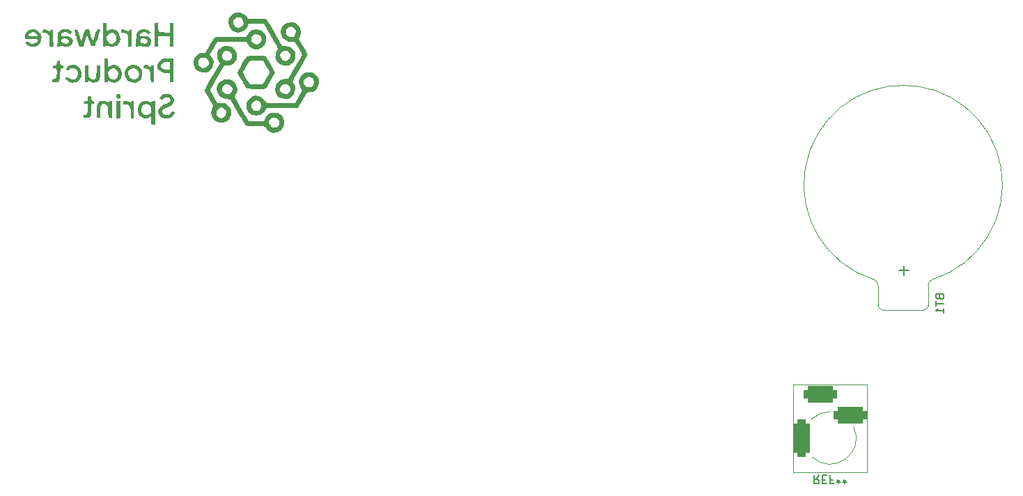
<source format=gbr>
%TF.GenerationSoftware,KiCad,Pcbnew,(6.0.5-0)*%
%TF.CreationDate,2022-07-22T18:33:55-05:00*%
%TF.ProjectId,calebs_HPS_clock,63616c65-6273-45f4-9850-535f636c6f63,C*%
%TF.SameCoordinates,PX4c4b400PY8a48640*%
%TF.FileFunction,Legend,Bot*%
%TF.FilePolarity,Positive*%
%FSLAX46Y46*%
G04 Gerber Fmt 4.6, Leading zero omitted, Abs format (unit mm)*
G04 Created by KiCad (PCBNEW (6.0.5-0)) date 2022-07-22 18:33:55*
%MOMM*%
%LPD*%
G01*
G04 APERTURE LIST*
G04 Aperture macros list*
%AMRoundRect*
0 Rectangle with rounded corners*
0 $1 Rounding radius*
0 $2 $3 $4 $5 $6 $7 $8 $9 X,Y pos of 4 corners*
0 Add a 4 corners polygon primitive as box body*
4,1,4,$2,$3,$4,$5,$6,$7,$8,$9,$2,$3,0*
0 Add four circle primitives for the rounded corners*
1,1,$1+$1,$2,$3*
1,1,$1+$1,$4,$5*
1,1,$1+$1,$6,$7*
1,1,$1+$1,$8,$9*
0 Add four rect primitives between the rounded corners*
20,1,$1+$1,$2,$3,$4,$5,0*
20,1,$1+$1,$4,$5,$6,$7,0*
20,1,$1+$1,$6,$7,$8,$9,0*
20,1,$1+$1,$8,$9,$2,$3,0*%
G04 Aperture macros list end*
%ADD10C,0.150000*%
%ADD11C,0.120000*%
%ADD12C,1.440000*%
%ADD13R,1.400000X1.400000*%
%ADD14C,1.400000*%
%ADD15C,3.200000*%
%ADD16R,1.700000X1.700000*%
%ADD17O,1.700000X1.700000*%
%ADD18C,2.000000*%
%ADD19R,1.600000X1.600000*%
%ADD20O,1.600000X1.600000*%
%ADD21C,3.000000*%
%ADD22R,1.800000X2.600000*%
%ADD23O,1.800000X2.600000*%
%ADD24RoundRect,0.500000X-0.500000X1.750000X-0.500000X-1.750000X0.500000X-1.750000X0.500000X1.750000X0*%
%ADD25RoundRect,0.500000X-1.500000X-0.500000X1.500000X-0.500000X1.500000X0.500000X-1.500000X0.500000X0*%
%ADD26R,3.000000X3.000000*%
G04 APERTURE END LIST*
D10*
%TO.C,J2*%
X115516666Y10912381D02*
X115183333Y10436191D01*
X114945238Y10912381D02*
X114945238Y9912381D01*
X115326190Y9912381D01*
X115421428Y9960000D01*
X115469047Y10007620D01*
X115516666Y10102858D01*
X115516666Y10245715D01*
X115469047Y10340953D01*
X115421428Y10388572D01*
X115326190Y10436191D01*
X114945238Y10436191D01*
X115945238Y10388572D02*
X116278571Y10388572D01*
X116421428Y10912381D02*
X115945238Y10912381D01*
X115945238Y9912381D01*
X116421428Y9912381D01*
X117183333Y10388572D02*
X116850000Y10388572D01*
X116850000Y10912381D02*
X116850000Y9912381D01*
X117326190Y9912381D01*
X117850000Y9912381D02*
X117850000Y10150477D01*
X117611904Y10055239D02*
X117850000Y10150477D01*
X118088095Y10055239D01*
X117707142Y10340953D02*
X117850000Y10150477D01*
X117992857Y10340953D01*
X118611904Y9912381D02*
X118611904Y10150477D01*
X118373809Y10055239D02*
X118611904Y10150477D01*
X118850000Y10055239D01*
X118469047Y10340953D02*
X118611904Y10150477D01*
X118754761Y10340953D01*
%TO.C,BT1*%
X130168555Y32592029D02*
X130216174Y32449172D01*
X130263793Y32401553D01*
X130359031Y32353934D01*
X130501888Y32353934D01*
X130597126Y32401553D01*
X130644745Y32449172D01*
X130692364Y32544410D01*
X130692364Y32925362D01*
X129692364Y32925362D01*
X129692364Y32592029D01*
X129739984Y32496791D01*
X129787603Y32449172D01*
X129882841Y32401553D01*
X129978079Y32401553D01*
X130073317Y32449172D01*
X130120936Y32496791D01*
X130168555Y32592029D01*
X130168555Y32925362D01*
X129692364Y32068219D02*
X129692364Y31496791D01*
X130692364Y31782505D02*
X129692364Y31782505D01*
X130692364Y30639648D02*
X130692364Y31211076D01*
X130692364Y30925362D02*
X129692364Y30925362D01*
X129835222Y31020600D01*
X129930460Y31115838D01*
X129978079Y31211076D01*
X125847126Y36377743D02*
X125847126Y35234886D01*
X126418555Y35806314D02*
X125275698Y35806314D01*
D11*
%TO.C,J2*%
X112350000Y21960000D02*
X121350000Y21960000D01*
X121350000Y21960000D02*
X121350000Y11260000D01*
X121350000Y11260000D02*
X112350000Y11260000D01*
X112350000Y11260000D02*
X112350000Y21960000D01*
X114650000Y13160000D02*
G75*
G03*
X119716245Y16843705I2200000J2300000D01*
G01*
X116850000Y18660000D02*
G75*
G03*
X114587258Y17722742I-2J-3199997D01*
G01*
%TO.C,G\u002A\u002A\u002A*%
G36*
X27898520Y65105455D02*
G01*
X27922429Y65105197D01*
X28060435Y65091241D01*
X28116768Y65062546D01*
X28114451Y65051259D01*
X28084153Y64945989D01*
X28024956Y64752263D01*
X27944755Y64495025D01*
X27851443Y64199218D01*
X27752913Y63889789D01*
X27657060Y63591680D01*
X27571777Y63329837D01*
X27504958Y63129203D01*
X27424615Y63072495D01*
X27236864Y63065062D01*
X26997343Y63085000D01*
X26780093Y63780083D01*
X26695860Y64034079D01*
X26614092Y64249590D01*
X26549757Y64386087D01*
X26512078Y64421497D01*
X26485271Y64369757D01*
X26425590Y64214282D01*
X26347198Y63985150D01*
X26260024Y63710379D01*
X26058734Y63052929D01*
X25573410Y63052929D01*
X25272764Y63999015D01*
X25216155Y64178713D01*
X25119689Y64492934D01*
X25042489Y64754964D01*
X24991328Y64941525D01*
X24972978Y65029342D01*
X25018819Y65085418D01*
X25177358Y65093483D01*
X25187737Y65092471D01*
X25266723Y65082329D01*
X25327947Y65057449D01*
X25380415Y64999780D01*
X25433131Y64891269D01*
X25495100Y64713864D01*
X25575325Y64449513D01*
X25682812Y64080165D01*
X25822081Y63600077D01*
X26039708Y64295289D01*
X26118982Y64544895D01*
X26199415Y64789985D01*
X26260415Y64966725D01*
X26292857Y65047978D01*
X26295162Y65051181D01*
X26384570Y65089619D01*
X26539529Y65105455D01*
X26750679Y65105455D01*
X26968008Y64399899D01*
X27051294Y64138492D01*
X27130549Y63907951D01*
X27191052Y63751797D01*
X27223981Y63694343D01*
X27238186Y63705538D01*
X27286337Y63802617D01*
X27342122Y63966944D01*
X27449672Y64336253D01*
X27539303Y64638620D01*
X27607088Y64849523D01*
X27661031Y64985344D01*
X27709140Y65062466D01*
X27759421Y65097270D01*
X27819879Y65106139D01*
X27898520Y65105455D01*
G37*
G36*
X31385013Y56419292D02*
G01*
X31597906Y56318081D01*
X31623811Y56297892D01*
X31756049Y56208440D01*
X31820194Y56205407D01*
X31836970Y56286010D01*
X31876627Y56353537D01*
X32029394Y56382222D01*
X32221818Y56382222D01*
X32221818Y54329697D01*
X31853785Y54329697D01*
X31823800Y55003914D01*
X31810079Y55268878D01*
X31789739Y55495397D01*
X31759413Y55646448D01*
X31712865Y55750933D01*
X31643858Y55837753D01*
X31592092Y55887774D01*
X31435879Y55973621D01*
X31216446Y55997374D01*
X31105846Y55998413D01*
X30989414Y56017116D01*
X30945662Y56081999D01*
X30938990Y56221869D01*
X30939351Y56276715D01*
X30956296Y56393660D01*
X31026283Y56438862D01*
X31186906Y56446364D01*
X31385013Y56419292D01*
G37*
G36*
X23093452Y61320440D02*
G01*
X23189581Y61298787D01*
X23234314Y61219999D01*
X23254368Y61048510D01*
X23257045Y61013610D01*
X23281587Y60856306D01*
X23337537Y60783045D01*
X23450480Y60755613D01*
X23513434Y60745488D01*
X23604897Y60688489D01*
X23626869Y60551414D01*
X23624105Y60485460D01*
X23579529Y60384971D01*
X23450480Y60347215D01*
X23274091Y60326919D01*
X23242020Y59631499D01*
X23239118Y59569538D01*
X23222531Y59278092D01*
X23201933Y59083366D01*
X23171191Y58958472D01*
X23124170Y58876522D01*
X23054735Y58810626D01*
X23018097Y58783355D01*
X22845532Y58712605D01*
X22605745Y58704279D01*
X22536083Y58709365D01*
X22386925Y58733905D01*
X22317806Y58788551D01*
X22292070Y58895670D01*
X22291102Y58904256D01*
X22293478Y59014161D01*
X22356048Y59065551D01*
X22512855Y59088095D01*
X22663649Y59111504D01*
X22754978Y59177275D01*
X22808304Y59320995D01*
X22828988Y59442527D01*
X22845451Y59677322D01*
X22844085Y59930338D01*
X22825101Y60326919D01*
X22584571Y60346827D01*
X22580658Y60347152D01*
X22424199Y60371165D01*
X22357829Y60428618D01*
X22344041Y60551414D01*
X22344043Y60554418D01*
X22358453Y60675741D01*
X22426126Y60732302D01*
X22584571Y60756002D01*
X22666571Y60763802D01*
X22777418Y60794831D01*
X22825398Y60876878D01*
X22844824Y61048510D01*
X22849950Y61113045D01*
X22874727Y61252348D01*
X22932370Y61309848D01*
X23049596Y61321111D01*
X23093452Y61320440D01*
G37*
G36*
X26974931Y57000158D02*
G01*
X27017201Y56908605D01*
X27038885Y56718965D01*
X27045851Y56625300D01*
X27071173Y56483576D01*
X27126911Y56418504D01*
X27234823Y56393997D01*
X27259831Y56390683D01*
X27378907Y56341502D01*
X27411212Y56225626D01*
X27410118Y56197274D01*
X27361883Y56093548D01*
X27218788Y56039066D01*
X27026364Y56000581D01*
X27024324Y55341528D01*
X27024095Y55290565D01*
X27016209Y54970001D01*
X26991714Y54747619D01*
X26942526Y54597015D01*
X26860558Y54491785D01*
X26737727Y54405524D01*
X26715835Y54394529D01*
X26552365Y54354218D01*
X26352879Y54346038D01*
X26308024Y54349023D01*
X26164261Y54372625D01*
X26100261Y54436219D01*
X26076044Y54572512D01*
X26070534Y54711470D01*
X26109788Y54759036D01*
X26221195Y54741738D01*
X26230455Y54739462D01*
X26376482Y54724566D01*
X26476261Y54773190D01*
X26537719Y54901319D01*
X26568781Y55124936D01*
X26577374Y55460026D01*
X26577374Y56061515D01*
X26352879Y56061515D01*
X26220635Y56069035D01*
X26145157Y56113428D01*
X26128384Y56221869D01*
X26138911Y56316329D01*
X26201062Y56370242D01*
X26352879Y56382222D01*
X26446537Y56383689D01*
X26537990Y56407730D01*
X26572219Y56489389D01*
X26577374Y56663996D01*
X26578686Y56730047D01*
X26613503Y56910236D01*
X26712887Y56999557D01*
X26899813Y57023636D01*
X26974931Y57000158D01*
G37*
G36*
X28116528Y59962170D02*
G01*
X28113639Y59615662D01*
X28102856Y59369644D01*
X28080650Y59196947D01*
X28043488Y59070116D01*
X27987840Y58961697D01*
X27972100Y58937064D01*
X27844360Y58785743D01*
X27715479Y58693162D01*
X27588485Y58654024D01*
X27267795Y58645622D01*
X26945470Y58755455D01*
X26797281Y58832860D01*
X26692406Y58874506D01*
X26649653Y58858427D01*
X26641515Y58787525D01*
X26601858Y58719998D01*
X26449091Y58691313D01*
X26256667Y58691313D01*
X26256667Y60743838D01*
X26705657Y60743838D01*
X26705657Y60065420D01*
X26705883Y59900180D01*
X26710081Y59649921D01*
X26724561Y59484034D01*
X26755667Y59373209D01*
X26809747Y59288138D01*
X26893147Y59199511D01*
X27084192Y59059682D01*
X27301638Y59018513D01*
X27511200Y59102849D01*
X27512662Y59103922D01*
X27566944Y59159678D01*
X27605220Y59248679D01*
X27631866Y59394682D01*
X27651260Y59621444D01*
X27667778Y59952723D01*
X27699849Y60711768D01*
X27908308Y60731867D01*
X28116768Y60751966D01*
X28116528Y59962170D01*
G37*
G36*
X35185900Y65349865D02*
G01*
X35204394Y64752677D01*
X36578564Y64716315D01*
X36597034Y65311769D01*
X36615505Y65907222D01*
X37000354Y65907222D01*
X37017616Y64480076D01*
X37034879Y63052929D01*
X36583434Y63052929D01*
X36583434Y64271616D01*
X35172323Y64271616D01*
X35172323Y63052929D01*
X34720879Y63052929D01*
X34738142Y64480076D01*
X34755404Y65907222D01*
X34961405Y65927138D01*
X35167407Y65947054D01*
X35185900Y65349865D01*
G37*
G36*
X30333248Y57280181D02*
G01*
X30497970Y57225934D01*
X30599570Y57096071D01*
X30620025Y56933194D01*
X30541313Y56779899D01*
X30476840Y56737665D01*
X30329647Y56702929D01*
X30239779Y56714663D01*
X30094846Y56813251D01*
X30041010Y56991566D01*
X30052744Y57081434D01*
X30151332Y57226367D01*
X30329647Y57280202D01*
X30333248Y57280181D01*
G37*
G36*
X36583434Y58691313D02*
G01*
X36583434Y59763111D01*
X36131638Y59800988D01*
X35898199Y59830433D01*
X35555987Y59930283D01*
X35307996Y60096384D01*
X35140061Y60336383D01*
X35109267Y60409781D01*
X35059380Y60714697D01*
X35068402Y60755524D01*
X35511965Y60755524D01*
X35519854Y60572445D01*
X35650468Y60388145D01*
X35691467Y60349475D01*
X35807420Y60274775D01*
X35960393Y60239545D01*
X36195670Y60230707D01*
X36583434Y60230707D01*
X36583434Y61128687D01*
X36171171Y61128687D01*
X35972720Y61125077D01*
X35815581Y61104056D01*
X35713381Y61053074D01*
X35625969Y60959683D01*
X35625853Y60959536D01*
X35511965Y60755524D01*
X35068402Y60755524D01*
X35124418Y61009011D01*
X35294997Y61267597D01*
X35561731Y61465330D01*
X35632548Y61496751D01*
X35813127Y61544264D01*
X36061306Y61569880D01*
X36407046Y61577577D01*
X37032424Y61577677D01*
X37032424Y58691313D01*
X36583434Y58691313D01*
G37*
G36*
X36326182Y57247710D02*
G01*
X36522330Y57238491D01*
X36651397Y57205576D01*
X36755561Y57133936D01*
X36876999Y57008543D01*
X37012078Y56841106D01*
X37079806Y56680337D01*
X37096566Y56473040D01*
X37096027Y56440411D01*
X37047601Y56200296D01*
X36911218Y56002622D01*
X36673438Y55833642D01*
X36320822Y55679611D01*
X36092963Y55583021D01*
X35844742Y55436355D01*
X35680622Y55284397D01*
X35621313Y55143030D01*
X35621418Y55139295D01*
X35662132Y55026057D01*
X35754251Y54883549D01*
X35829757Y54801748D01*
X35963588Y54732490D01*
X36166173Y54714545D01*
X36218864Y54715147D01*
X36384134Y54736991D01*
X36512632Y54810457D01*
X36658613Y54962910D01*
X36666434Y54971983D01*
X36805595Y55116240D01*
X36909021Y55172666D01*
X37009826Y55159829D01*
X37099636Y55116965D01*
X37185131Y55047625D01*
X37192077Y54981550D01*
X37128877Y54844509D01*
X37001122Y54684190D01*
X36833202Y54529633D01*
X36649503Y54409874D01*
X36560565Y54369033D01*
X36343605Y54294925D01*
X36166515Y54265556D01*
X35971321Y54291971D01*
X35689774Y54405582D01*
X35443136Y54583385D01*
X35277956Y54797511D01*
X35262051Y54831600D01*
X35189337Y55128452D01*
X35239957Y55404916D01*
X35410143Y55655190D01*
X35696124Y55873472D01*
X36094133Y56053960D01*
X36149385Y56073936D01*
X36449271Y56209473D01*
X36625707Y56349981D01*
X36682900Y56500304D01*
X36625055Y56665285D01*
X36620105Y56672618D01*
X36472254Y56797691D01*
X36272900Y56860460D01*
X36062777Y56860613D01*
X35882619Y56797838D01*
X35773161Y56671821D01*
X35701536Y56594325D01*
X35561035Y56585845D01*
X35393042Y56667469D01*
X35331899Y56719612D01*
X35317646Y56776869D01*
X35373439Y56861328D01*
X35510135Y57004211D01*
X35572271Y57066199D01*
X35691193Y57168861D01*
X35807030Y57223152D01*
X35963566Y57244450D01*
X36204584Y57248131D01*
X36326182Y57247710D01*
G37*
G36*
X21567607Y65079413D02*
G01*
X21786847Y64975145D01*
X21952509Y64844835D01*
X22024332Y64979037D01*
X22088776Y65057202D01*
X22236133Y65093312D01*
X22274053Y65086061D01*
X22316335Y65061891D01*
X22345804Y65004558D01*
X22365372Y64895039D01*
X22377950Y64714313D01*
X22386447Y64443360D01*
X22393775Y64063157D01*
X22411439Y63052929D01*
X21959192Y63052929D01*
X21959192Y63699277D01*
X21959072Y63826032D01*
X21955358Y64079552D01*
X21941083Y64247186D01*
X21909136Y64359559D01*
X21852409Y64447297D01*
X21763792Y64541025D01*
X21638571Y64652309D01*
X21508989Y64708204D01*
X21346873Y64700478D01*
X21313247Y64695098D01*
X21182978Y64686289D01*
X21133289Y64738807D01*
X21125354Y64884992D01*
X21125701Y64936898D01*
X21142630Y65052817D01*
X21212628Y65097864D01*
X21373269Y65105455D01*
X21567607Y65079413D01*
G37*
G36*
X24952912Y60790874D02*
G01*
X25014370Y60782274D01*
X25345330Y60668524D01*
X25604901Y60460164D01*
X25782064Y60173942D01*
X25865802Y59826602D01*
X25845096Y59434890D01*
X25833635Y59385086D01*
X25709702Y59118486D01*
X25507368Y58879816D01*
X25265655Y58717393D01*
X25065157Y58652564D01*
X24706321Y58633765D01*
X24360570Y58728766D01*
X24059823Y58931889D01*
X23972826Y59019198D01*
X23897008Y59131042D01*
X23924046Y59206903D01*
X24053464Y59272265D01*
X24091571Y59285747D01*
X24229673Y59296616D01*
X24358135Y59211290D01*
X24450936Y59138854D01*
X24693000Y59043653D01*
X24943001Y59048202D01*
X25166645Y59148007D01*
X25329641Y59338577D01*
X25422185Y59614691D01*
X25417195Y59893623D01*
X25315924Y60133968D01*
X25128829Y60311707D01*
X24866367Y60402818D01*
X24699777Y60415114D01*
X24563610Y60379863D01*
X24432550Y60272523D01*
X24347775Y60195193D01*
X24234271Y60142170D01*
X24106967Y60166932D01*
X24049295Y60192979D01*
X23959512Y60288899D01*
X23991276Y60415878D01*
X24144944Y60577802D01*
X24173262Y60601127D01*
X24397972Y60742071D01*
X24641867Y60801104D01*
X24952912Y60790874D01*
G37*
G36*
X49342501Y59852266D02*
G01*
X49288440Y59719864D01*
X49185963Y59511168D01*
X49048441Y59249897D01*
X48889243Y58959767D01*
X48721737Y58664497D01*
X48559294Y58387805D01*
X48415283Y58153409D01*
X48303073Y57985026D01*
X48236034Y57906374D01*
X48173664Y57893814D01*
X47998945Y57881846D01*
X47736801Y57874092D01*
X47409637Y57871163D01*
X47039856Y57873672D01*
X45918753Y57889545D01*
X45480330Y58627172D01*
X45465677Y58651847D01*
X45288758Y58953116D01*
X45125022Y59237488D01*
X44992139Y59473967D01*
X44907779Y59631556D01*
X44786648Y59872465D01*
X45479170Y59872465D01*
X45484826Y59849825D01*
X45539946Y59731360D01*
X45640590Y59544065D01*
X45770470Y59315706D01*
X45913298Y59074052D01*
X46052789Y58846871D01*
X46172656Y58661929D01*
X46256611Y58546995D01*
X46309391Y58502061D01*
X46400554Y58467948D01*
X46548883Y58447431D01*
X46778058Y58437400D01*
X47111763Y58434748D01*
X47870714Y58434748D01*
X48020992Y58675278D01*
X48095149Y58794742D01*
X48284379Y59106635D01*
X48451461Y59391696D01*
X48584830Y59629501D01*
X48672921Y59799630D01*
X48704169Y59881660D01*
X48704111Y59882488D01*
X48670290Y59961178D01*
X48583231Y60125268D01*
X48455853Y60351236D01*
X48301077Y60615556D01*
X47899979Y61289040D01*
X47141587Y61307171D01*
X46983578Y61309967D01*
X46640364Y61306422D01*
X46408806Y61287470D01*
X46296813Y61253612D01*
X46244560Y61191347D01*
X46140499Y61038939D01*
X46007360Y60828384D01*
X45861534Y60587371D01*
X45719411Y60343585D01*
X45597382Y60124714D01*
X45511838Y59958445D01*
X45479170Y59872465D01*
X44786648Y59872465D01*
X44773651Y59898313D01*
X45304097Y60818172D01*
X45428212Y61030871D01*
X45603851Y61323103D01*
X45755662Y61565501D01*
X45870606Y61737419D01*
X45935642Y61818207D01*
X45972396Y61832616D01*
X46125094Y61856134D01*
X46364847Y61875082D01*
X46664884Y61889097D01*
X46998436Y61897816D01*
X47338732Y61900878D01*
X47659001Y61897919D01*
X47932474Y61888577D01*
X48132379Y61872490D01*
X48231947Y61849296D01*
X48253150Y61829085D01*
X48340239Y61710448D01*
X48467151Y61512169D01*
X48620517Y61257867D01*
X48786969Y60971163D01*
X48953136Y60675676D01*
X49105650Y60395026D01*
X49231140Y60152833D01*
X49316239Y59972716D01*
X49346459Y59881660D01*
X49347576Y59878295D01*
X49342501Y59852266D01*
G37*
G36*
X28685133Y56419629D02*
G01*
X28903967Y56318081D01*
X28929871Y56297892D01*
X29062110Y56208440D01*
X29126254Y56205407D01*
X29143030Y56286010D01*
X29182688Y56353537D01*
X29335455Y56382222D01*
X29527879Y56382222D01*
X29527879Y54321569D01*
X29319419Y54341668D01*
X29110960Y54361768D01*
X29078889Y55089258D01*
X29074221Y55192358D01*
X29057964Y55479476D01*
X29037561Y55671741D01*
X29007403Y55795124D01*
X28961883Y55875597D01*
X28895394Y55939131D01*
X28721291Y56031783D01*
X28486172Y56053061D01*
X28273345Y55970686D01*
X28271884Y55969614D01*
X28217602Y55913857D01*
X28179326Y55824856D01*
X28152680Y55678854D01*
X28133286Y55452091D01*
X28116768Y55120812D01*
X28084697Y54361768D01*
X27699849Y54361768D01*
X27679991Y55035253D01*
X27676170Y55331766D01*
X27694557Y55699808D01*
X27746250Y55973610D01*
X27835512Y56172209D01*
X27966608Y56314640D01*
X28148881Y56406819D01*
X28415151Y56449141D01*
X28685133Y56419629D01*
G37*
G36*
X52240256Y55742960D02*
G01*
X52177980Y55652550D01*
X52173182Y55647195D01*
X52131670Y55618002D01*
X52059763Y55595098D01*
X51943475Y55577745D01*
X51768825Y55565204D01*
X51521829Y55556737D01*
X51188504Y55551604D01*
X50754867Y55549066D01*
X50206935Y55548384D01*
X48323920Y55548384D01*
X48201159Y55307854D01*
X48097069Y55130043D01*
X47911531Y54926581D01*
X47647828Y54757212D01*
X47645836Y54756166D01*
X47415127Y54684083D01*
X47121238Y54656496D01*
X46821039Y54674381D01*
X46571400Y54738716D01*
X46354871Y54860669D01*
X46100054Y55118714D01*
X45939671Y55451715D01*
X45883940Y55843256D01*
X45890775Y55912595D01*
X46461862Y55912595D01*
X46487487Y55664383D01*
X46637601Y55427296D01*
X46842285Y55263225D01*
X47079897Y55200841D01*
X47342608Y55260487D01*
X47449834Y55322874D01*
X47618177Y55506609D01*
X47715709Y55735591D01*
X47718014Y55964059D01*
X47705065Y56009237D01*
X47572059Y56242534D01*
X47369391Y56392563D01*
X47127589Y56450907D01*
X46877183Y56409150D01*
X46648703Y56258873D01*
X46560485Y56153929D01*
X46461862Y55912595D01*
X45890775Y55912595D01*
X45912778Y56135796D01*
X46044047Y56464726D01*
X46290462Y56749338D01*
X46308894Y56765214D01*
X46633080Y56963068D01*
X46985661Y57049626D01*
X47342413Y57029618D01*
X47679111Y56907772D01*
X47971532Y56688816D01*
X48195450Y56377479D01*
X48324969Y56123602D01*
X50065872Y56140664D01*
X51806775Y56157727D01*
X52255801Y56918933D01*
X52280362Y56960633D01*
X52455876Y57265096D01*
X52570833Y57481708D01*
X52633038Y57628510D01*
X52650295Y57723541D01*
X52630409Y57784842D01*
X52519602Y57955034D01*
X52339638Y58355014D01*
X52279190Y58737254D01*
X52288359Y58793216D01*
X52874947Y58793216D01*
X52881346Y58542265D01*
X52989347Y58316262D01*
X53194777Y58146775D01*
X53277897Y58108814D01*
X53549278Y58060812D01*
X53798150Y58138761D01*
X54021040Y58341841D01*
X54021264Y58342126D01*
X54137922Y58571430D01*
X54147029Y58797432D01*
X54068581Y59003366D01*
X53922572Y59172467D01*
X53728998Y59287970D01*
X53507855Y59333109D01*
X53279138Y59291120D01*
X53062844Y59145237D01*
X52974319Y59037544D01*
X52874947Y58793216D01*
X52288359Y58793216D01*
X52337405Y59092551D01*
X52513430Y59411702D01*
X52806415Y59685505D01*
X52924252Y59763711D01*
X53079930Y59836771D01*
X53257914Y59870041D01*
X53510957Y59877929D01*
X53597028Y59877241D01*
X53835548Y59860643D01*
X54009744Y59813192D01*
X54168666Y59723360D01*
X54359929Y59566230D01*
X54588469Y59265422D01*
X54713308Y58927280D01*
X54719873Y58797432D01*
X54731152Y58574363D01*
X54638711Y58229225D01*
X54432691Y57914425D01*
X54260645Y57736988D01*
X54077028Y57600471D01*
X53871037Y57523117D01*
X53592022Y57478671D01*
X53247188Y57440556D01*
X52756599Y56598636D01*
X52673824Y56457236D01*
X52501885Y56167715D01*
X52378237Y55964059D01*
X52352793Y55922152D01*
X52240256Y55742960D01*
G37*
G36*
X24733570Y63447874D02*
G01*
X24563333Y63206869D01*
X24420014Y63079944D01*
X24265979Y63007030D01*
X24066237Y62989028D01*
X23816269Y63022171D01*
X23578763Y63116368D01*
X23465417Y63180491D01*
X23389691Y63199032D01*
X23370303Y63148199D01*
X23369705Y63137846D01*
X23309456Y63073202D01*
X23140711Y63052929D01*
X22911119Y63052929D01*
X22931028Y63833839D01*
X23369723Y63833839D01*
X23381847Y63689516D01*
X23514621Y63517855D01*
X23682832Y63402546D01*
X23896863Y63343791D01*
X24095085Y63367210D01*
X24246485Y63468041D01*
X24320051Y63641522D01*
X24320543Y63701428D01*
X24247675Y63862005D01*
X24083139Y63973221D01*
X23853127Y64014175D01*
X23681973Y64003152D01*
X23471885Y63941493D01*
X23369723Y63833839D01*
X22931028Y63833839D01*
X22932251Y63881798D01*
X22940029Y64155160D01*
X22952189Y64417189D01*
X22970750Y64595269D01*
X23000185Y64714488D01*
X23044964Y64799938D01*
X23109560Y64876710D01*
X23325198Y65032471D01*
X23622610Y65128897D01*
X23946470Y65148178D01*
X24255747Y65088254D01*
X24509414Y64947061D01*
X24539725Y64920868D01*
X24632649Y64827356D01*
X24638349Y64758559D01*
X24566492Y64667043D01*
X24537242Y64635052D01*
X24462672Y64574425D01*
X24383064Y64583327D01*
X24246386Y64660732D01*
X24242416Y64663137D01*
X24008046Y64756887D01*
X23773803Y64773179D01*
X23569534Y64719724D01*
X23425085Y64604233D01*
X23370303Y64434415D01*
X23370324Y64425621D01*
X23379632Y64346693D01*
X23426500Y64308587D01*
X23540928Y64302212D01*
X23752920Y64318475D01*
X23806047Y64322726D01*
X24167365Y64310680D01*
X24445075Y64214754D01*
X24655305Y64029789D01*
X24711799Y63945769D01*
X24783287Y63701428D01*
X24783708Y63699989D01*
X24733570Y63447874D01*
G37*
G36*
X34338485Y53495859D02*
G01*
X34338485Y54590103D01*
X34147917Y54449210D01*
X34144970Y54447043D01*
X33877306Y54324588D01*
X33581106Y54308176D01*
X33285864Y54389719D01*
X33021070Y54561134D01*
X32816217Y54814332D01*
X32797542Y54848997D01*
X32696196Y55163577D01*
X32688821Y55409879D01*
X33114123Y55409879D01*
X33151160Y55152137D01*
X33285853Y54911891D01*
X33387848Y54805852D01*
X33528052Y54732576D01*
X33729142Y54714545D01*
X33892237Y54724592D01*
X34039995Y54782876D01*
X34179330Y54920091D01*
X34202476Y54948034D01*
X34296397Y55089083D01*
X34330640Y55234771D01*
X34321551Y55445484D01*
X34296541Y55595627D01*
X34181047Y55849651D01*
X33986734Y56007348D01*
X33720631Y56061515D01*
X33484114Y56010876D01*
X33291084Y55866970D01*
X33164259Y55657398D01*
X33114123Y55409879D01*
X32688821Y55409879D01*
X32686081Y55501389D01*
X32760094Y55828661D01*
X32911136Y56111627D01*
X33132104Y56316516D01*
X33223586Y56363767D01*
X33526676Y56438965D01*
X33846838Y56424012D01*
X34130025Y56318784D01*
X34243371Y56254661D01*
X34319097Y56236120D01*
X34338485Y56286953D01*
X34338740Y56293781D01*
X34396239Y56360990D01*
X34562980Y56382222D01*
X34787475Y56382222D01*
X34787475Y53495859D01*
X34338485Y53495859D01*
G37*
G36*
X41763335Y60480503D02*
G01*
X41554351Y60196763D01*
X41254964Y59983489D01*
X40990859Y59887398D01*
X40610404Y59854367D01*
X40240872Y59933655D01*
X39908179Y60118547D01*
X39638243Y60402330D01*
X39552039Y60549824D01*
X39453990Y60880739D01*
X39458264Y61095229D01*
X40036294Y61095229D01*
X40080066Y60842521D01*
X40234561Y60610622D01*
X40356441Y60513701D01*
X40602624Y60425448D01*
X40855424Y60445238D01*
X41084185Y60567765D01*
X41258251Y60787728D01*
X41300780Y60894663D01*
X41315969Y61136158D01*
X41234459Y61356358D01*
X41078051Y61534791D01*
X40868548Y61650984D01*
X40627754Y61684465D01*
X40377471Y61614760D01*
X40263517Y61540809D01*
X40098894Y61338181D01*
X40036294Y61095229D01*
X39458264Y61095229D01*
X39460745Y61219717D01*
X39560647Y61545263D01*
X39742035Y61835883D01*
X39993249Y62070080D01*
X40302631Y62226362D01*
X40658520Y62283232D01*
X40929085Y62283232D01*
X41427924Y63154356D01*
X41523995Y63320895D01*
X41695228Y63611582D01*
X41843466Y63855536D01*
X41883837Y63918838D01*
X46461212Y63918838D01*
X46461583Y63893277D01*
X46507464Y63684965D01*
X46648703Y63496985D01*
X46664451Y63481692D01*
X46886873Y63341998D01*
X47122530Y63305243D01*
X47347964Y63356615D01*
X47539717Y63481302D01*
X47674334Y63664492D01*
X47728355Y63891373D01*
X47678325Y64147133D01*
X47570141Y64330834D01*
X47365765Y64479689D01*
X47083421Y64528182D01*
X46904233Y64501712D01*
X46676418Y64376802D01*
X46519590Y64173546D01*
X46461212Y63918838D01*
X41883837Y63918838D01*
X41955410Y64031065D01*
X42017762Y64116477D01*
X42034200Y64129117D01*
X42099652Y64153518D01*
X42214876Y64172513D01*
X42392956Y64186704D01*
X42646974Y64196694D01*
X42990014Y64203085D01*
X43435157Y64206478D01*
X43995489Y64207475D01*
X45882218Y64207475D01*
X45971391Y64415934D01*
X46124693Y64661676D01*
X46355367Y64888138D01*
X46609706Y65037233D01*
X46747191Y65077890D01*
X47091346Y65106710D01*
X47445160Y65054300D01*
X47766741Y64929492D01*
X48014195Y64741119D01*
X48102687Y64628945D01*
X48256212Y64303825D01*
X48308381Y63945826D01*
X48301306Y63891373D01*
X48261465Y63584749D01*
X48117734Y63250395D01*
X47879459Y62972564D01*
X47860040Y62956758D01*
X47624102Y62813749D01*
X47349933Y62709277D01*
X47102626Y62668796D01*
X47011810Y62674266D01*
X46699844Y62760765D01*
X46395345Y62931819D01*
X46138561Y63160715D01*
X45969737Y63420740D01*
X45882218Y63630202D01*
X42385740Y63630202D01*
X41916383Y62822470D01*
X41447026Y62014739D01*
X41573384Y61876385D01*
X41612954Y61830970D01*
X41806725Y61509944D01*
X41893636Y61161553D01*
X41892491Y61136158D01*
X41877801Y60810253D01*
X41763335Y60480503D01*
G37*
G36*
X20969454Y63825056D02*
G01*
X20862215Y63523532D01*
X20668156Y63266496D01*
X20387727Y63079333D01*
X20275744Y63039904D01*
X19993922Y62996669D01*
X19705144Y63009660D01*
X19470527Y63078906D01*
X19469028Y63079689D01*
X19300648Y63193177D01*
X19138651Y63338850D01*
X19055654Y63435262D01*
X19024979Y63513550D01*
X19074509Y63568457D01*
X19075460Y63569057D01*
X19205236Y63622213D01*
X19344533Y63601969D01*
X19536303Y63502159D01*
X19586284Y63473418D01*
X19868214Y63379022D01*
X20129072Y63408455D01*
X20360591Y63561127D01*
X20392083Y63592948D01*
X20511221Y63728089D01*
X20554760Y63824499D01*
X20512171Y63889284D01*
X20372926Y63929553D01*
X20126494Y63952413D01*
X19762349Y63964970D01*
X18976616Y63982980D01*
X18956078Y64161886D01*
X18969592Y64365981D01*
X18972808Y64374154D01*
X19412625Y64374154D01*
X19460443Y64343842D01*
X19606882Y64313166D01*
X19814696Y64292291D01*
X20046644Y64282575D01*
X20265488Y64285376D01*
X20433986Y64302051D01*
X20514899Y64333960D01*
X20518585Y64360474D01*
X20469132Y64466338D01*
X20356785Y64601063D01*
X20342726Y64615045D01*
X20202585Y64733952D01*
X20072447Y64776387D01*
X19888191Y64764748D01*
X19722429Y64721031D01*
X19545920Y64622071D01*
X19432188Y64497851D01*
X19412625Y64374154D01*
X18972808Y64374154D01*
X19074344Y64632188D01*
X19253453Y64869968D01*
X19481783Y65037458D01*
X19533932Y65061801D01*
X19832740Y65154474D01*
X20113799Y65142494D01*
X20422243Y65025278D01*
X20521210Y64968306D01*
X20765752Y64742692D01*
X20921673Y64460023D01*
X20943129Y64360474D01*
X20989424Y64145682D01*
X20969454Y63825056D01*
G37*
G36*
X50389525Y53296848D02*
G01*
X50207845Y52997001D01*
X49950011Y52756136D01*
X49624348Y52598960D01*
X49444542Y52555410D01*
X49212443Y52547233D01*
X48942152Y52602505D01*
X48851411Y52635619D01*
X48637797Y52755851D01*
X48425544Y52918451D01*
X48253215Y53091801D01*
X48159376Y53244282D01*
X48144797Y53278426D01*
X48107623Y53313812D01*
X48033720Y53338380D01*
X47904779Y53354086D01*
X47702488Y53362883D01*
X47408539Y53366729D01*
X47004621Y53367576D01*
X46651094Y53369330D01*
X46292973Y53377333D01*
X46042151Y53392540D01*
X45886813Y53415748D01*
X45815140Y53447753D01*
X45813027Y53450217D01*
X45756623Y53534201D01*
X45645347Y53712457D01*
X45565832Y53842834D01*
X48641505Y53842834D01*
X48673239Y53594381D01*
X48829511Y53362642D01*
X48845024Y53347567D01*
X49067818Y53207366D01*
X49303621Y53170452D01*
X49529014Y53221969D01*
X49720581Y53347058D01*
X49854902Y53530865D01*
X49908559Y53758533D01*
X49858133Y54015204D01*
X49729510Y54215820D01*
X49521627Y54362176D01*
X49279679Y54413370D01*
X49035416Y54363538D01*
X48820587Y54206816D01*
X48734464Y54093325D01*
X48641505Y53842834D01*
X45565832Y53842834D01*
X45488312Y53969940D01*
X45294635Y54291608D01*
X45073430Y54662417D01*
X44833812Y55067323D01*
X43926341Y56606717D01*
X43542135Y56640778D01*
X43540390Y56640934D01*
X43115350Y56730080D01*
X42771477Y56910705D01*
X42516710Y57176892D01*
X42358984Y57522724D01*
X42336784Y57605323D01*
X42299546Y57801021D01*
X42301896Y57855515D01*
X42933434Y57855515D01*
X42948110Y57691229D01*
X43047757Y57471576D01*
X43252858Y57312937D01*
X43454544Y57239478D01*
X43711543Y57245102D01*
X43933034Y57370859D01*
X44106939Y57612513D01*
X44110950Y57620721D01*
X44178609Y57784648D01*
X44183228Y57911895D01*
X44128027Y58072772D01*
X44078415Y58171157D01*
X43893763Y58370055D01*
X43652903Y58463926D01*
X43379090Y58441327D01*
X43155231Y58327466D01*
X42991266Y58122985D01*
X42933434Y57855515D01*
X42301896Y57855515D01*
X42306946Y57972589D01*
X42358984Y58192225D01*
X42438640Y58403415D01*
X42639599Y58692961D01*
X42906200Y58900200D01*
X43216799Y59023763D01*
X43549756Y59062281D01*
X43883427Y59014387D01*
X44196170Y58878710D01*
X44466344Y58653883D01*
X44672305Y58338535D01*
X44754893Y58083262D01*
X44766325Y57911895D01*
X44777820Y57739593D01*
X44711569Y57413963D01*
X44559958Y57146869D01*
X44512203Y57076105D01*
X44473638Y56954444D01*
X44499802Y56888050D01*
X44583634Y56723810D01*
X44716724Y56479258D01*
X44890400Y56170032D01*
X45095987Y55811767D01*
X45324811Y55420101D01*
X46175174Y53976919D01*
X47079526Y53959174D01*
X47983879Y53941428D01*
X48157355Y54296002D01*
X48281590Y54506898D01*
X48548180Y54780801D01*
X48882499Y54945828D01*
X49283056Y55001044D01*
X49350242Y54999777D01*
X49696876Y54939688D01*
X49993125Y54779471D01*
X50266804Y54505101D01*
X50394364Y54303232D01*
X50491111Y53974669D01*
X50488351Y53758533D01*
X50486722Y53630973D01*
X50389525Y53296848D01*
G37*
G36*
X31128448Y65078383D02*
G01*
X31341341Y64977172D01*
X31405976Y64927080D01*
X31510920Y64861650D01*
X31564592Y64879821D01*
X31600316Y64982246D01*
X31654098Y65075047D01*
X31784186Y65094493D01*
X31831417Y65085751D01*
X31874313Y65061344D01*
X31903907Y65003929D01*
X31923278Y64894454D01*
X31935506Y64713868D01*
X31943669Y64443120D01*
X31950846Y64063157D01*
X31968510Y63052929D01*
X31516263Y63052929D01*
X31516263Y63698560D01*
X31513972Y63876875D01*
X31501586Y64142849D01*
X31480871Y64348338D01*
X31454573Y64459460D01*
X31415087Y64513710D01*
X31251867Y64628369D01*
X31042265Y64696071D01*
X30844023Y64694579D01*
X30839931Y64693557D01*
X30734253Y64679629D01*
X30690838Y64731277D01*
X30682424Y64879738D01*
X30682789Y64935471D01*
X30699739Y65052728D01*
X30769723Y65097979D01*
X30930340Y65105455D01*
X31128448Y65078383D01*
G37*
G36*
X33114122Y59153296D02*
G01*
X32904047Y58882420D01*
X32606634Y58699232D01*
X32311571Y58630849D01*
X31962045Y58656277D01*
X31636302Y58784403D01*
X31370637Y59006215D01*
X31227447Y59216965D01*
X31114363Y59540384D01*
X31112661Y59602566D01*
X31542869Y59602566D01*
X31641206Y59347164D01*
X31656390Y59324110D01*
X31793235Y59170744D01*
X31937387Y59074563D01*
X32116687Y59022960D01*
X32307551Y59034141D01*
X32519877Y59135579D01*
X32580525Y59177611D01*
X32755932Y59388591D01*
X32833917Y59652946D01*
X32801651Y59934315D01*
X32700045Y60148266D01*
X32511211Y60320608D01*
X32235895Y60403721D01*
X32011308Y60390657D01*
X31794451Y60281110D01*
X31634252Y60095763D01*
X31545471Y59860841D01*
X31542869Y59602566D01*
X31112661Y59602566D01*
X31105479Y59864966D01*
X31190593Y60170375D01*
X31359507Y60436272D01*
X31602019Y60642320D01*
X31907931Y60768182D01*
X32267041Y60793519D01*
X32442691Y60767265D01*
X32777708Y60635154D01*
X33031319Y60411102D01*
X33191964Y60107559D01*
X33248081Y59736976D01*
X33241231Y59652946D01*
X33228646Y59498574D01*
X33114122Y59153296D01*
G37*
G36*
X51672110Y61240787D02*
G01*
X51421528Y60955036D01*
X51070083Y60744860D01*
X51054937Y60738751D01*
X50800213Y60690816D01*
X50493390Y60704852D01*
X50186585Y60774125D01*
X49931916Y60891901D01*
X49670100Y61132196D01*
X49490692Y61446824D01*
X49410932Y61800962D01*
X49420186Y61931617D01*
X49989975Y61931617D01*
X50034899Y61705712D01*
X50207071Y61475051D01*
X50249577Y61434031D01*
X50440897Y61297936D01*
X50630404Y61256970D01*
X50670590Y61258550D01*
X50857357Y61317226D01*
X51053737Y61475051D01*
X51167114Y61607085D01*
X51267005Y61833990D01*
X51239841Y62061025D01*
X51085958Y62296798D01*
X50977858Y62404801D01*
X50830147Y62484919D01*
X50630404Y62504812D01*
X50482383Y62495865D01*
X50326046Y62437150D01*
X50174850Y62296798D01*
X50071961Y62161373D01*
X49989975Y61931617D01*
X49420186Y61931617D01*
X49436866Y62167101D01*
X49574541Y62517729D01*
X49591764Y62547369D01*
X49677460Y62717024D01*
X49697662Y62833293D01*
X49661440Y62940283D01*
X49630676Y62995754D01*
X49538221Y63157352D01*
X49397622Y63400470D01*
X49218802Y63708014D01*
X49011684Y64062891D01*
X48786191Y64448005D01*
X47986868Y65811010D01*
X46200088Y65811010D01*
X46081450Y65538409D01*
X46081016Y65537413D01*
X45876850Y65209375D01*
X45593940Y64950866D01*
X45260414Y64781428D01*
X44904402Y64720606D01*
X44644633Y64761675D01*
X44333532Y64896997D01*
X44053621Y65101570D01*
X43848774Y65349265D01*
X43764529Y65528523D01*
X43686573Y65854427D01*
X43686167Y66047510D01*
X44281308Y66047510D01*
X44306783Y65798091D01*
X44456793Y65557746D01*
X44622518Y65418223D01*
X44870563Y65331784D01*
X45128480Y65370461D01*
X45384270Y65534557D01*
X45482155Y65670009D01*
X45535807Y65897088D01*
X45510381Y66141664D01*
X45411824Y66361576D01*
X45246078Y66514664D01*
X45225682Y66525058D01*
X44964801Y66586315D01*
X44697033Y66540000D01*
X44467894Y66393217D01*
X44380140Y66288934D01*
X44281308Y66047510D01*
X43686167Y66047510D01*
X43685889Y66179457D01*
X43766055Y66455758D01*
X43772951Y66468953D01*
X44017321Y66802814D01*
X44340587Y67045407D01*
X44722044Y67181024D01*
X44854628Y67195238D01*
X45184402Y67154530D01*
X45508588Y67025342D01*
X45787603Y66826641D01*
X45981866Y66577391D01*
X46079658Y66388283D01*
X47195830Y66388283D01*
X47274522Y66388279D01*
X47656970Y66387526D01*
X47934182Y66383724D01*
X48125794Y66374381D01*
X48251438Y66357003D01*
X48330749Y66329099D01*
X48383360Y66288174D01*
X48428905Y66231738D01*
X48485089Y66146157D01*
X48598560Y65961753D01*
X48637453Y65897088D01*
X48757177Y65698030D01*
X48951078Y65371505D01*
X49170402Y64998700D01*
X49405286Y64596132D01*
X50264765Y63117071D01*
X50577927Y63117071D01*
X50637823Y63116050D01*
X51043488Y63048067D01*
X51378844Y62881383D01*
X51632495Y62626923D01*
X51793043Y62295615D01*
X51849091Y61898384D01*
X51842025Y61833990D01*
X51815565Y61592840D01*
X51672110Y61240787D01*
G37*
G36*
X34317114Y63518609D02*
G01*
X34207530Y63257568D01*
X34010718Y63078298D01*
X33946018Y63048114D01*
X33680628Y62995718D01*
X33390868Y63019326D01*
X33135833Y63116368D01*
X33022488Y63180491D01*
X32946761Y63199032D01*
X32927374Y63148199D01*
X32927119Y63141371D01*
X32869620Y63074162D01*
X32702879Y63052929D01*
X32478384Y63052929D01*
X32478742Y63710379D01*
X32479852Y63764812D01*
X32947192Y63764812D01*
X32998870Y63611228D01*
X33140698Y63474818D01*
X33280293Y63398078D01*
X33498101Y63343339D01*
X33697071Y63392681D01*
X33716598Y63403201D01*
X33847401Y63540933D01*
X33873914Y63717799D01*
X33788496Y63892057D01*
X33640152Y63977609D01*
X33426547Y64014736D01*
X33203987Y63999784D01*
X33027985Y63929986D01*
X32994566Y63899622D01*
X32947192Y63764812D01*
X32479852Y63764812D01*
X32486564Y64093909D01*
X32516859Y64428844D01*
X32574616Y64673748D01*
X32664721Y64848295D01*
X32792060Y64972165D01*
X32977766Y65071363D01*
X33286174Y65143620D01*
X33608818Y65135995D01*
X33905703Y65050909D01*
X34136834Y64890781D01*
X34279606Y64738808D01*
X34125818Y64638042D01*
X34048920Y64591423D01*
X33959102Y64572904D01*
X33875446Y64633861D01*
X33859247Y64647882D01*
X33717313Y64717911D01*
X33529507Y64763704D01*
X33469132Y64770341D01*
X33274137Y64754758D01*
X33103763Y64657917D01*
X33089314Y64646166D01*
X32974468Y64521405D01*
X32927360Y64411279D01*
X32927482Y64405075D01*
X32948896Y64352878D01*
X33024330Y64322066D01*
X33178497Y64307411D01*
X33436107Y64303687D01*
X33575186Y64303072D01*
X33787377Y64294173D01*
X33927327Y64266638D01*
X34032830Y64210377D01*
X34141677Y64115298D01*
X34190470Y64066131D01*
X34305453Y63895037D01*
X34333175Y63717799D01*
X34336212Y63698379D01*
X34317114Y63518609D01*
G37*
G36*
X44039199Y54709927D02*
G01*
X43981909Y54518570D01*
X43861558Y54317666D01*
X43839570Y54287308D01*
X43627200Y54064434D01*
X43384011Y53896742D01*
X43062609Y53785805D01*
X42696290Y53770069D01*
X42348478Y53860742D01*
X42042098Y54047639D01*
X41800073Y54320572D01*
X41645328Y54669356D01*
X41609265Y54940965D01*
X41614933Y54984235D01*
X42224491Y54984235D01*
X42268522Y54739669D01*
X42415369Y54517187D01*
X42599281Y54385359D01*
X42835760Y54328850D01*
X43064432Y54372885D01*
X43259592Y54505670D01*
X43395538Y54715412D01*
X43446566Y54990317D01*
X43420096Y55169505D01*
X43295186Y55397320D01*
X43091930Y55554147D01*
X42837222Y55612525D01*
X42599315Y55564889D01*
X42400884Y55425400D01*
X42272277Y55222330D01*
X42224491Y54984235D01*
X41614933Y54984235D01*
X41651307Y55261934D01*
X41780094Y55644596D01*
X41797012Y55689322D01*
X41812180Y55765508D01*
X41801365Y55853991D01*
X41756548Y55974303D01*
X41669707Y56145975D01*
X41532823Y56388538D01*
X41337877Y56721522D01*
X41228661Y56909380D01*
X41065456Y57200495D01*
X40935108Y57446213D01*
X40848829Y57625097D01*
X40817832Y57715714D01*
X40819049Y57723248D01*
X40861901Y57824576D01*
X40960028Y58018545D01*
X41105249Y58290074D01*
X41289386Y58624080D01*
X41504257Y59005479D01*
X41741684Y59419189D01*
X42664473Y61012973D01*
X42512014Y61237635D01*
X42508516Y61242820D01*
X42352187Y61584939D01*
X42309553Y61955919D01*
X42324419Y62034748D01*
X42913259Y62034748D01*
X42924550Y61808993D01*
X43008795Y61574374D01*
X43142270Y61398184D01*
X43176810Y61373123D01*
X43385692Y61297226D01*
X43629656Y61289457D01*
X43845837Y61353784D01*
X43987681Y61455549D01*
X44113570Y61650270D01*
X44152121Y61922661D01*
X44136039Y62063667D01*
X44029374Y62288017D01*
X43847708Y62446065D01*
X43620409Y62524258D01*
X43376841Y62509042D01*
X43146372Y62386863D01*
X43117690Y62361196D01*
X42985931Y62200832D01*
X42914808Y62043422D01*
X42913259Y62034748D01*
X42324419Y62034748D01*
X42379644Y62327597D01*
X42561486Y62671811D01*
X42655937Y62780157D01*
X42934185Y62975234D01*
X43267383Y63087364D01*
X43622201Y63112384D01*
X43965311Y63046128D01*
X44263384Y62884434D01*
X44323578Y62833660D01*
X44572791Y62535974D01*
X44715215Y62198557D01*
X44743299Y61922661D01*
X44751285Y61844203D01*
X44681436Y61495706D01*
X44506103Y61175862D01*
X44225718Y60907465D01*
X44212625Y60898276D01*
X44021314Y60785523D01*
X43827335Y60728483D01*
X43568518Y60708317D01*
X43179075Y60698319D01*
X42376101Y59326003D01*
X42211189Y59043627D01*
X41999299Y58679152D01*
X41813725Y58358045D01*
X41664135Y58097116D01*
X41560197Y57913173D01*
X41511581Y57823024D01*
X41510332Y57820305D01*
X41497648Y57745998D01*
X41522283Y57638656D01*
X41592394Y57479652D01*
X41716137Y57250362D01*
X41901668Y56932160D01*
X42353301Y56171958D01*
X42829899Y56164843D01*
X42870424Y56164177D01*
X43113790Y56153601D01*
X43279129Y56124224D01*
X43410740Y56063406D01*
X43552921Y55958503D01*
X43636406Y55887792D01*
X43878590Y55616001D01*
X44012554Y55316889D01*
X44050227Y54990317D01*
X44053771Y54959599D01*
X44039199Y54709927D01*
G37*
G36*
X30554142Y54329697D02*
G01*
X30105152Y54329697D01*
X30105152Y56382222D01*
X30554142Y56382222D01*
X30554142Y54329697D01*
G37*
G36*
X30476193Y63609164D02*
G01*
X30323688Y63328414D01*
X30086529Y63114794D01*
X29991307Y63066364D01*
X29691870Y62995529D01*
X29374621Y63012226D01*
X29094924Y63116368D01*
X28981579Y63180491D01*
X28905852Y63199032D01*
X28886465Y63148199D01*
X28886139Y63140503D01*
X28827968Y63073925D01*
X28660743Y63052929D01*
X28435021Y63052929D01*
X28446645Y64013974D01*
X28890890Y64013974D01*
X28951601Y63759934D01*
X29110653Y63528466D01*
X29252305Y63425199D01*
X29497827Y63373636D01*
X29532002Y63374580D01*
X29774580Y63442804D01*
X29959536Y63598807D01*
X30076596Y63814215D01*
X30115486Y64060651D01*
X30065933Y64309743D01*
X29917661Y64533116D01*
X29724275Y64676511D01*
X29509392Y64720606D01*
X29451579Y64718077D01*
X29208864Y64642637D01*
X29028514Y64482214D01*
X28919525Y64263697D01*
X28890890Y64013974D01*
X28446645Y64013974D01*
X28452283Y64480076D01*
X28469546Y65907222D01*
X28854394Y65907222D01*
X28873064Y65375564D01*
X28891733Y64843905D01*
X29083572Y64980506D01*
X29157926Y65025557D01*
X29432488Y65108805D01*
X29737178Y65107729D01*
X30019961Y65020128D01*
X30259466Y64836908D01*
X30435680Y64570916D01*
X30531200Y64258742D01*
X30539504Y64060651D01*
X30545034Y63928716D01*
X30476193Y63609164D01*
G37*
G36*
X30665363Y59243487D02*
G01*
X30498932Y58954405D01*
X30234435Y58746096D01*
X30108023Y58690631D01*
X29819197Y58631917D01*
X29540807Y58653679D01*
X29317952Y58755455D01*
X29287990Y58778771D01*
X29157823Y58866051D01*
X29095123Y58866795D01*
X29078889Y58783461D01*
X29076978Y58761315D01*
X29021509Y58706165D01*
X28870429Y58703285D01*
X28661970Y58723384D01*
X28661970Y59764659D01*
X29082448Y59764659D01*
X29105180Y59501408D01*
X29215914Y59268968D01*
X29408898Y59103422D01*
X29652042Y59020597D01*
X29890155Y59047675D01*
X30110086Y59199511D01*
X30220826Y59329275D01*
X30281808Y59480905D01*
X30296150Y59696606D01*
X30295180Y59736957D01*
X30235364Y60023881D01*
X30099033Y60237191D01*
X29908809Y60367018D01*
X29687311Y60403496D01*
X29457160Y60336756D01*
X29240976Y60156929D01*
X29153469Y60022636D01*
X29082448Y59764659D01*
X28661970Y59764659D01*
X28661970Y61545606D01*
X28870429Y61565705D01*
X29078889Y61585805D01*
X29078889Y60491139D01*
X29319419Y60655387D01*
X29441042Y60730618D01*
X29621947Y60791955D01*
X29839878Y60788790D01*
X29915785Y60778081D01*
X30245064Y60663373D01*
X30494928Y60451252D01*
X30658808Y60149273D01*
X30730135Y59764991D01*
X30730771Y59696606D01*
X30731586Y59608937D01*
X30665363Y59243487D01*
G37*
G36*
X51784931Y57538440D02*
G01*
X51637587Y57223222D01*
X51411176Y56954623D01*
X51114118Y56759352D01*
X50903728Y56684629D01*
X50541415Y56646828D01*
X50199865Y56714239D01*
X49896752Y56872557D01*
X49649752Y57107477D01*
X49476539Y57404692D01*
X49394788Y57749899D01*
X49404202Y57880160D01*
X49977896Y57880160D01*
X50009443Y57653671D01*
X50130228Y57453200D01*
X50344871Y57306843D01*
X50369560Y57296756D01*
X50533475Y57240294D01*
X50644379Y57218629D01*
X50670287Y57220790D01*
X50856894Y57291047D01*
X51043450Y57432237D01*
X51178868Y57607217D01*
X51210927Y57680822D01*
X51241462Y57927268D01*
X51170018Y58156427D01*
X51015957Y58342031D01*
X50798639Y58457811D01*
X50537426Y58477499D01*
X50372464Y58434791D01*
X50164027Y58298815D01*
X50030964Y58104574D01*
X49977896Y57880160D01*
X49404202Y57880160D01*
X49422172Y58128790D01*
X49462741Y58270493D01*
X49642042Y58601701D01*
X49912181Y58854500D01*
X50257534Y59016943D01*
X50662475Y59077085D01*
X50983182Y59080826D01*
X51784950Y60465438D01*
X51954902Y60759327D01*
X52164062Y61122149D01*
X52346426Y61439773D01*
X52492587Y61695763D01*
X52593141Y61873688D01*
X52638682Y61957111D01*
X52642450Y61967296D01*
X52632774Y62065700D01*
X52564805Y62237115D01*
X52433609Y62492342D01*
X52234249Y62842185D01*
X51777850Y63620201D01*
X51439569Y63585287D01*
X51377346Y63580215D01*
X51007459Y63610571D01*
X50692287Y63736097D01*
X50437224Y63937763D01*
X50247667Y64196540D01*
X50129012Y64493398D01*
X50086653Y64809308D01*
X50091669Y64849593D01*
X50694267Y64849593D01*
X50711028Y64615741D01*
X50815261Y64403063D01*
X51013969Y64240209D01*
X51261783Y64160538D01*
X51513895Y64182008D01*
X51721128Y64305566D01*
X51861551Y64517464D01*
X51913232Y64803953D01*
X51886763Y64983141D01*
X51761853Y65210956D01*
X51558597Y65367783D01*
X51303889Y65426162D01*
X51098769Y65391681D01*
X50895141Y65266214D01*
X50757972Y65075967D01*
X50694267Y64849593D01*
X50091669Y64849593D01*
X50125988Y65125239D01*
X50252410Y65422163D01*
X50471317Y65681050D01*
X50788104Y65882870D01*
X50890648Y65924442D01*
X51268503Y65997961D01*
X51635766Y65955459D01*
X51970574Y65805641D01*
X52251064Y65557215D01*
X52455373Y65218887D01*
X52456991Y65215002D01*
X52541858Y64910333D01*
X52537582Y64803953D01*
X52529739Y64608816D01*
X52419040Y64268808D01*
X52283434Y63953582D01*
X52803889Y63057777D01*
X52916371Y62861641D01*
X53078269Y62569341D01*
X53207604Y62323269D01*
X53293315Y62144735D01*
X53324344Y62055048D01*
X53323961Y62051254D01*
X53286284Y61958503D01*
X53192809Y61772088D01*
X53051807Y61507299D01*
X52871551Y61179421D01*
X52660312Y60803742D01*
X52426364Y60395549D01*
X52397841Y60346195D01*
X52166482Y59942854D01*
X51958724Y59575466D01*
X51782802Y59258985D01*
X51646948Y59008368D01*
X51559397Y58838570D01*
X51528384Y58764547D01*
X51528982Y58756362D01*
X51572496Y58647088D01*
X51663793Y58502968D01*
X51668364Y58496727D01*
X51808739Y58201900D01*
X51838892Y57927268D01*
X51844788Y57873568D01*
X51784931Y57538440D01*
G37*
G36*
X33780823Y60776572D02*
G01*
X34036389Y60652619D01*
X34118669Y60597475D01*
X34223906Y60537334D01*
X34266422Y60545390D01*
X34274344Y60617489D01*
X34276120Y60648103D01*
X34325572Y60723405D01*
X34466768Y60743838D01*
X34659192Y60743838D01*
X34659192Y58691313D01*
X34286365Y58691313D01*
X34264319Y59328211D01*
X34255783Y59513854D01*
X34220632Y59847937D01*
X34154947Y60080428D01*
X34048339Y60229154D01*
X33890417Y60311943D01*
X33670791Y60346624D01*
X33530683Y60357464D01*
X33420040Y60384153D01*
X33383270Y60446948D01*
X33388609Y60571119D01*
X33404147Y60671855D01*
X33464140Y60762086D01*
X33603434Y60795005D01*
X33780823Y60776572D01*
G37*
%TO.C,BT1*%
X128789984Y34006314D02*
X128789984Y31556314D01*
X122689984Y31556314D02*
X122689984Y34006314D01*
X128239984Y31006314D02*
X123239984Y31006314D01*
X129283469Y34711083D02*
G75*
G03*
X128789984Y34006314I256515J-704769D01*
G01*
X122689984Y34006314D02*
G75*
G03*
X122196499Y34711083I-750000J0D01*
G01*
X128239984Y31006314D02*
G75*
G03*
X128789984Y31556314I1J549999D01*
G01*
X122689984Y31556314D02*
G75*
G03*
X123239984Y31006314I549999J-1D01*
G01*
X126255975Y58319757D02*
G75*
G03*
X122219984Y34706314I-515991J-12063443D01*
G01*
X129259984Y34706314D02*
G75*
G03*
X125223993Y58319757I-3520000J11550000D01*
G01*
%TD*%
%LPC*%
D12*
%TO.C,RV2*%
X59700000Y21810000D03*
X57160000Y24350000D03*
X54620000Y21810000D03*
%TD*%
D13*
%TO.C,DS2*%
X26680000Y30700000D03*
D14*
X29220000Y30700000D03*
X31760000Y30700000D03*
X34300000Y30700000D03*
X36840000Y30700000D03*
X39380000Y30700000D03*
X41920000Y30700000D03*
X41920000Y45940000D03*
X39380000Y45940000D03*
X36840000Y45940000D03*
X34300000Y45940000D03*
X31760000Y45940000D03*
X29220000Y45940000D03*
X26680000Y45940000D03*
%TD*%
D15*
%TO.C,H4*%
X135000000Y5000000D03*
%TD*%
D16*
%TO.C,J1*%
X110500000Y39590000D03*
D17*
X110500000Y37050000D03*
X110500000Y34510000D03*
X110500000Y31970000D03*
X110500000Y29430000D03*
X110500000Y26890000D03*
%TD*%
D18*
%TO.C,TP8*%
X47000000Y15460000D03*
%TD*%
%TO.C,TP5*%
X6360000Y77690000D03*
%TD*%
%TO.C,U5*%
X124950000Y68800000D03*
X96050000Y68800000D03*
D16*
X113040000Y58750000D03*
D17*
X110500000Y58750000D03*
X107960000Y58750000D03*
%TD*%
D18*
%TO.C,TP2*%
X118120000Y28160000D03*
%TD*%
D19*
%TO.C,U1*%
X96520000Y38310000D03*
D20*
X93980000Y38310000D03*
X91440000Y38310000D03*
X88900000Y38310000D03*
X86360000Y38310000D03*
X83820000Y38310000D03*
X81280000Y38310000D03*
X78740000Y38310000D03*
X76200000Y38310000D03*
X73660000Y38310000D03*
X71120000Y38310000D03*
X68580000Y38310000D03*
X66040000Y38310000D03*
X63500000Y38310000D03*
X63500000Y30690000D03*
X66040000Y30690000D03*
X68580000Y30690000D03*
X71120000Y30690000D03*
X73660000Y30690000D03*
X76200000Y30690000D03*
X78740000Y30690000D03*
X81280000Y30690000D03*
X83820000Y30690000D03*
X86360000Y30690000D03*
X88900000Y30690000D03*
X91440000Y30690000D03*
X93980000Y30690000D03*
X96520000Y30690000D03*
%TD*%
D16*
%TO.C,J6*%
X91445000Y15445000D03*
D17*
X93985000Y15445000D03*
X91445000Y12905000D03*
X93985000Y12905000D03*
X91445000Y10365000D03*
X93985000Y10365000D03*
%TD*%
D19*
%TO.C,U3*%
X76220000Y9120000D03*
D20*
X78760000Y9120000D03*
X81300000Y9120000D03*
X83840000Y9120000D03*
X83840000Y16740000D03*
X81300000Y16740000D03*
X78760000Y16740000D03*
X76220000Y16740000D03*
%TD*%
D16*
%TO.C,J3*%
X49535000Y7840000D03*
D17*
X46995000Y7840000D03*
X44455000Y7840000D03*
X41915000Y7840000D03*
X39375000Y7840000D03*
%TD*%
D16*
%TO.C,J5*%
X62240000Y7840000D03*
D17*
X59700000Y7840000D03*
X57160000Y7840000D03*
%TD*%
D15*
%TO.C,H2*%
X135000000Y85000000D03*
%TD*%
D18*
%TO.C,TP9*%
X7630000Y24350000D03*
%TD*%
D12*
%TO.C,RV1*%
X105420000Y51020000D03*
X102880000Y48480000D03*
X105420000Y45940000D03*
%TD*%
D15*
%TO.C,H3*%
X5000000Y5000000D03*
%TD*%
%TO.C,H1*%
X5000000Y85000000D03*
%TD*%
D19*
%TO.C,U4*%
X20325000Y19280000D03*
D20*
X22865000Y19280000D03*
X25405000Y19280000D03*
X27945000Y19280000D03*
X30485000Y19280000D03*
X33025000Y19280000D03*
X35565000Y19280000D03*
X38105000Y19280000D03*
X40645000Y19280000D03*
X43185000Y19280000D03*
X45725000Y19280000D03*
X48265000Y19280000D03*
X48265000Y26900000D03*
X45725000Y26900000D03*
X43185000Y26900000D03*
X40645000Y26900000D03*
X38105000Y26900000D03*
X35565000Y26900000D03*
X33025000Y26900000D03*
X30485000Y26900000D03*
X27945000Y26900000D03*
X25405000Y26900000D03*
X22865000Y26900000D03*
X20325000Y26900000D03*
%TD*%
D18*
%TO.C,TP3*%
X82560000Y4030000D03*
%TD*%
%TO.C,TP6*%
X132090000Y63720000D03*
%TD*%
%TO.C,TP7*%
X67320000Y7840000D03*
%TD*%
D21*
%TO.C,DS1*%
X88560000Y84157500D03*
X88559480Y53156800D03*
X13560900Y53156800D03*
X13560900Y84157500D03*
D22*
X19060000Y84157500D03*
D23*
X21600000Y84157500D03*
X24140000Y84157500D03*
X26680000Y84157500D03*
X29220000Y84157500D03*
X31760000Y84157500D03*
X34300000Y84157500D03*
X36840000Y84157500D03*
X39380000Y84157500D03*
X41920000Y84157500D03*
X44460000Y84157500D03*
X47000000Y84157500D03*
X49540000Y84157500D03*
X52080000Y84157500D03*
X54620000Y84157500D03*
X57160000Y84157500D03*
%TD*%
D18*
%TO.C,TP1*%
X63510000Y45940000D03*
%TD*%
D24*
%TO.C,J2*%
X113350000Y15460000D03*
D25*
X115650000Y20760000D03*
X119350000Y18260000D03*
%TD*%
D26*
%TO.C,BT1*%
X125739984Y33056314D03*
D21*
X125739984Y53546314D03*
%TD*%
M02*

</source>
